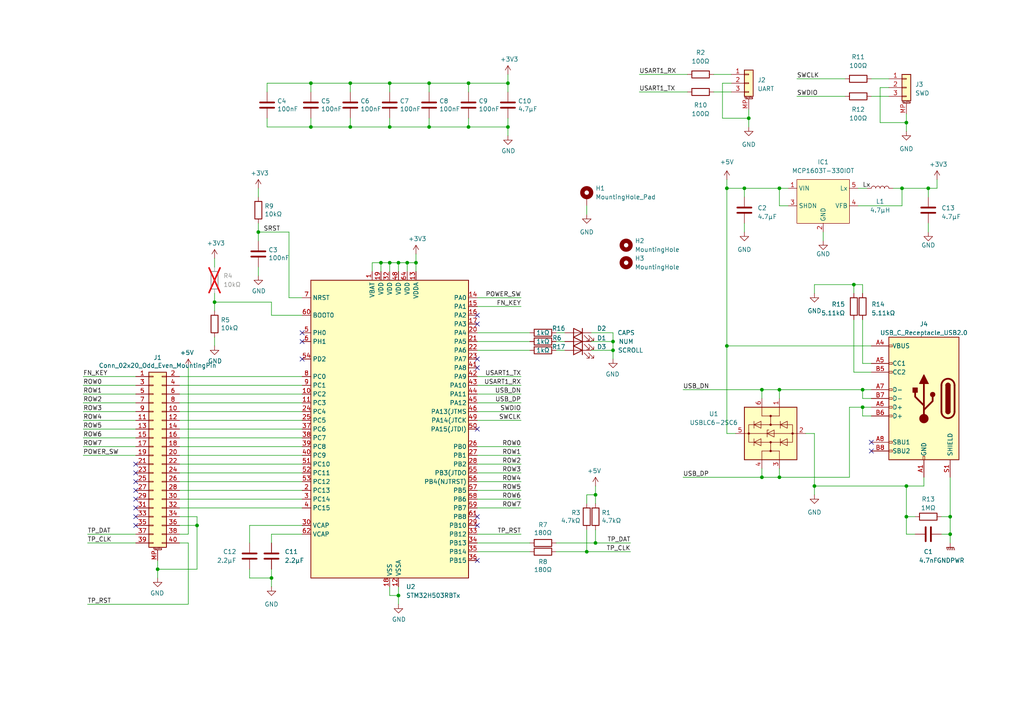
<source format=kicad_sch>
(kicad_sch (version 20231120) (generator "eeschema") (generator_version "8.0")
  (paper "A4")
  (lib_symbols
    (symbol "+5V_1" (power) (pin_numbers hide) (pin_names (offset 0) hide)
      (property "Value" "+5V" (at 0 3.556 0))
      (symbol "+5V_1_1_1"
        (pin power_in line (at 0 0 90) (length 0) (name "~") (number "1"))
      )
    )
    (symbol "+5V_2" (power) (pin_numbers hide) (pin_names (offset 0) hide)
      (property "Value" "+5V" (at 0 3.556 0))
      (symbol "+5V_2_1_1"
        (pin power_in line (at 0 0 90) (length 0) (name "~") (number "1"))
      )
    )
    (symbol "Connector:USB_C_Receptacle_USB2.0" (pin_names (offset 1.016))
      (property "Reference" "J" (at -10.16 19.05 0))
      (property "Value" "USB_C_Receptacle_USB2.0" (at 19.05 19.05 0))
      (symbol "USB_C_Receptacle_USB2.0_1_1"
        (pin passive line (at 0 -22.86 90) (length 5.08) (name "GND") (number "A1"))
        (pin passive line (at 0 -22.86 90) (length 5.08) hide (name "GND") (number "A12"))
        (pin passive line (at 15.24 15.24 180) (length 5.08) (name "VBUS") (number "A4"))
        (pin bidirectional line (at 15.24 10.16 180) (length 5.08) (name "CC1") (number "A5"))
        (pin bidirectional line (at 15.24 -2.54 180) (length 5.08) (name "D+") (number "A6"))
        (pin bidirectional line (at 15.24 2.54 180) (length 5.08) (name "D-") (number "A7"))
        (pin bidirectional line (at 15.24 -12.7 180) (length 5.08) (name "SBU1") (number "A8"))
        (pin passive line (at 15.24 15.24 180) (length 5.08) hide (name "VBUS") (number "A9"))
        (pin passive line (at 0 -22.86 90) (length 5.08) hide (name "GND") (number "B1"))
        (pin passive line (at 0 -22.86 90) (length 5.08) hide (name "GND") (number "B12"))
        (pin passive line (at 15.24 15.24 180) (length 5.08) hide (name "VBUS") (number "B4"))
        (pin bidirectional line (at 15.24 7.62 180) (length 5.08) (name "CC2") (number "B5"))
        (pin bidirectional line (at 15.24 -5.08 180) (length 5.08) (name "D+") (number "B6"))
        (pin bidirectional line (at 15.24 0 180) (length 5.08) (name "D-") (number "B7"))
        (pin bidirectional line (at 15.24 -15.24 180) (length 5.08) (name "SBU2") (number "B8"))
        (pin passive line (at 15.24 15.24 180) (length 5.08) hide (name "VBUS") (number "B9"))
        (pin passive line (at -7.62 -22.86 90) (length 5.08) (name "SHIELD") (number "S1"))
      )
    )
    (symbol "Connector_Generic_MountingPin:Conn_01x03_MountingPin" (pin_names (offset 1.016) hide)
      (property "Reference" "J" (at 0 5.08 0))
      (property "Value" "Conn_01x03_MountingPin" (at 1.27 -5.08 0))
      (symbol "Conn_01x03_MountingPin_1_1"
        (text "Mounting" (at 0 -4.191 0) (effects (font (size 0.381 0.381))))
        (pin passive line (at -5.08 2.54 0) (length 3.81) (name "Pin_1") (number "1"))
        (pin passive line (at -5.08 0 0) (length 3.81) (name "Pin_2") (number "2"))
        (pin passive line (at -5.08 -2.54 0) (length 3.81) (name "Pin_3") (number "3"))
        (pin passive line (at 0 -7.62 90) (length 3.048) (name "MountPin") (number "MP"))
      )
    )
    (symbol "Connector_Generic_MountingPin:Conn_02x20_Odd_Even_MountingPin" (pin_names (offset 1.016) hide)
      (property "Reference" "J" (at 1.27 25.4 0))
      (property "Value" "Conn_02x20_Odd_Even_MountingPin" (at 2.54 -27.94 0))
      (symbol "Conn_02x20_Odd_Even_MountingPin_1_1"
        (text "Mounting" (at 1.27 -27.051 0) (effects (font (size 0.381 0.381))))
        (pin passive line (at -5.08 22.86 0) (length 3.81) (name "Pin_1") (number "1"))
        (pin passive line (at 7.62 12.7 180) (length 3.81) (name "Pin_10") (number "10"))
        (pin passive line (at -5.08 10.16 0) (length 3.81) (name "Pin_11") (number "11"))
        (pin passive line (at 7.62 10.16 180) (length 3.81) (name "Pin_12") (number "12"))
        (pin passive line (at -5.08 7.62 0) (length 3.81) (name "Pin_13") (number "13"))
        (pin passive line (at 7.62 7.62 180) (length 3.81) (name "Pin_14") (number "14"))
        (pin passive line (at -5.08 5.08 0) (length 3.81) (name "Pin_15") (number "15"))
        (pin passive line (at 7.62 5.08 180) (length 3.81) (name "Pin_16") (number "16"))
        (pin passive line (at -5.08 2.54 0) (length 3.81) (name "Pin_17") (number "17"))
        (pin passive line (at 7.62 2.54 180) (length 3.81) (name "Pin_18") (number "18"))
        (pin passive line (at -5.08 0 0) (length 3.81) (name "Pin_19") (number "19"))
        (pin passive line (at 7.62 22.86 180) (length 3.81) (name "Pin_2") (number "2"))
        (pin passive line (at 7.62 0 180) (length 3.81) (name "Pin_20") (number "20"))
        (pin passive line (at -5.08 -2.54 0) (length 3.81) (name "Pin_21") (number "21"))
        (pin passive line (at 7.62 -2.54 180) (length 3.81) (name "Pin_22") (number "22"))
        (pin passive line (at -5.08 -5.08 0) (length 3.81) (name "Pin_23") (number "23"))
        (pin passive line (at 7.62 -5.08 180) (length 3.81) (name "Pin_24") (number "24"))
        (pin passive line (at -5.08 -7.62 0) (length 3.81) (name "Pin_25") (number "25"))
        (pin passive line (at 7.62 -7.62 180) (length 3.81) (name "Pin_26") (number "26"))
        (pin passive line (at -5.08 -10.16 0) (length 3.81) (name "Pin_27") (number "27"))
        (pin passive line (at 7.62 -10.16 180) (length 3.81) (name "Pin_28") (number "28"))
        (pin passive line (at -5.08 -12.7 0) (length 3.81) (name "Pin_29") (number "29"))
        (pin passive line (at -5.08 20.32 0) (length 3.81) (name "Pin_3") (number "3"))
        (pin passive line (at 7.62 -12.7 180) (length 3.81) (name "Pin_30") (number "30"))
        (pin passive line (at -5.08 -15.24 0) (length 3.81) (name "Pin_31") (number "31"))
        (pin passive line (at 7.62 -15.24 180) (length 3.81) (name "Pin_32") (number "32"))
        (pin passive line (at -5.08 -17.78 0) (length 3.81) (name "Pin_33") (number "33"))
        (pin passive line (at 7.62 -17.78 180) (length 3.81) (name "Pin_34") (number "34"))
        (pin passive line (at -5.08 -20.32 0) (length 3.81) (name "Pin_35") (number "35"))
        (pin passive line (at 7.62 -20.32 180) (length 3.81) (name "Pin_36") (number "36"))
        (pin passive line (at -5.08 -22.86 0) (length 3.81) (name "Pin_37") (number "37"))
        (pin passive line (at 7.62 -22.86 180) (length 3.81) (name "Pin_38") (number "38"))
        (pin passive line (at -5.08 -25.4 0) (length 3.81) (name "Pin_39") (number "39"))
        (pin passive line (at 7.62 20.32 180) (length 3.81) (name "Pin_4") (number "4"))
        (pin passive line (at 7.62 -25.4 180) (length 3.81) (name "Pin_40") (number "40"))
        (pin passive line (at -5.08 17.78 0) (length 3.81) (name "Pin_5") (number "5"))
        (pin passive line (at 7.62 17.78 180) (length 3.81) (name "Pin_6") (number "6"))
        (pin passive line (at -5.08 15.24 0) (length 3.81) (name "Pin_7") (number "7"))
        (pin passive line (at 7.62 15.24 180) (length 3.81) (name "Pin_8") (number "8"))
        (pin passive line (at -5.08 12.7 0) (length 3.81) (name "Pin_9") (number "9"))
        (pin passive line (at 1.27 -30.48 90) (length 3.048) (name "MountPin") (number "MP"))
      )
    )
    (symbol "Device:C" (pin_numbers hide) (pin_names (offset 0.254))
      (property "Reference" "C" (at 0.635 2.54 0))
      (property "Value" "C" (at 0.635 -2.54 0))
      (symbol "C_1_1"
        (pin passive line (at 0 3.81 270) (length 2.794) (name "~") (number "1"))
        (pin passive line (at 0 -3.81 90) (length 2.794) (name "~") (number "2"))
      )
    )
    (symbol "Device:L" (pin_numbers hide) (pin_names (offset 1.016) hide)
      (property "Reference" "L" (at -1.27 0 90))
      (property "Value" "L" (at 1.905 0 90))
      (symbol "L_1_1"
        (pin passive line (at 0 3.81 270) (length 1.27) (name "1") (number "1"))
        (pin passive line (at 0 -3.81 90) (length 1.27) (name "2") (number "2"))
      )
    )
    (symbol "Device:LED" (pin_numbers hide) (pin_names (offset 1.016) hide)
      (property "Reference" "D" (at 0 2.54 0))
      (property "Value" "LED" (at 0 -2.54 0))
      (symbol "LED_1_1"
        (pin passive line (at -3.81 0 0) (length 2.54) (name "K") (number "1"))
        (pin passive line (at 3.81 0 180) (length 2.54) (name "A") (number "2"))
      )
    )
    (symbol "Device:R" (pin_numbers hide) (pin_names (offset 0))
      (property "Reference" "R" (at 2.032 0 90))
      (property "Value" "R" (at 0 0 90))
      (symbol "R_1_1"
        (pin passive line (at 0 3.81 270) (length 1.27) (name "~") (number "1"))
        (pin passive line (at 0 -3.81 90) (length 1.27) (name "~") (number "2"))
      )
    )
    (symbol "GNDPWR_1" (power) (pin_numbers hide) (pin_names (offset 0) hide)
      (property "Value" "GNDPWR" (at 0 -3.302 0))
      (symbol "GNDPWR_1_1_1"
        (pin power_in line (at 0 0 270) (length 0) (name "~") (number "1"))
      )
    )
    (symbol "GND_1" (power) (pin_numbers hide) (pin_names (offset 0) hide)
      (property "Value" "GND" (at 0 -3.81 0))
      (symbol "GND_1_1_1"
        (pin power_in line (at 0 0 270) (length 0) (name "~") (number "1"))
      )
    )
    (symbol "GND_2" (power) (pin_numbers hide) (pin_names (offset 0) hide)
      (property "Value" "GND" (at 0 -3.81 0))
      (symbol "GND_2_1_1"
        (pin power_in line (at 0 0 270) (length 0) (name "~") (number "1"))
      )
    )
    (symbol "GND_3" (power) (pin_numbers hide) (pin_names (offset 0) hide)
      (property "Value" "GND" (at 0 -3.81 0))
      (symbol "GND_3_1_1"
        (pin power_in line (at 0 0 270) (length 0) (name "~") (number "1"))
      )
    )
    (symbol "GND_4" (power) (pin_numbers hide) (pin_names (offset 0) hide)
      (property "Value" "GND" (at 0 -3.81 0))
      (symbol "GND_4_1_1"
        (pin power_in line (at 0 0 270) (length 0) (name "~") (number "1"))
      )
    )
    (symbol "GND_5" (power) (pin_numbers hide) (pin_names (offset 0) hide)
      (property "Value" "GND" (at 0 -3.81 0))
      (symbol "GND_5_1_1"
        (pin power_in line (at 0 0 270) (length 0) (name "~") (number "1"))
      )
    )
    (symbol "MCU_ST_STM32H5:STM32H503RBTx"
      (property "Reference" "U" (at -22.86 44.45 0))
      (property "Value" "STM32H503RBTx" (at 10.16 44.45 0))
      (symbol "STM32H503RBTx_1_1"
        (pin power_in line (at -5.08 45.72 270) (length 2.54) (name "VBAT") (number "1"))
        (pin bidirectional line (at -25.4 10.16 0) (length 2.54) (name "PC2") (number "10"))
        (pin bidirectional line (at -25.4 7.62 0) (length 2.54) (name "PC3") (number "11"))
        (pin power_in line (at 2.54 -45.72 90) (length 2.54) (name "VSSA") (number "12"))
        (pin power_in line (at 7.62 45.72 270) (length 2.54) (name "VDDA") (number "13"))
        (pin bidirectional line (at 25.4 38.1 180) (length 2.54) (name "PA0") (number "14"))
        (pin bidirectional line (at 25.4 35.56 180) (length 2.54) (name "PA1") (number "15"))
        (pin bidirectional line (at 25.4 33.02 180) (length 2.54) (name "PA2") (number "16"))
        (pin bidirectional line (at 25.4 30.48 180) (length 2.54) (name "PA3") (number "17"))
        (pin power_in line (at 0 -45.72 90) (length 2.54) (name "VSS") (number "18"))
        (pin power_in line (at -2.54 45.72 270) (length 2.54) (name "VDD") (number "19"))
        (pin bidirectional line (at -25.4 -17.78 0) (length 2.54) (name "PC13") (number "2"))
        (pin bidirectional line (at 25.4 27.94 180) (length 2.54) (name "PA4") (number "20"))
        (pin bidirectional line (at 25.4 25.4 180) (length 2.54) (name "PA5") (number "21"))
        (pin bidirectional line (at 25.4 22.86 180) (length 2.54) (name "PA6") (number "22"))
        (pin bidirectional line (at 25.4 20.32 180) (length 2.54) (name "PA7") (number "23"))
        (pin bidirectional line (at -25.4 5.08 0) (length 2.54) (name "PC4") (number "24"))
        (pin bidirectional line (at -25.4 2.54 0) (length 2.54) (name "PC5") (number "25"))
        (pin bidirectional line (at 25.4 -5.08 180) (length 2.54) (name "PB0") (number "26"))
        (pin bidirectional line (at 25.4 -7.62 180) (length 2.54) (name "PB1") (number "27"))
        (pin bidirectional line (at 25.4 -10.16 180) (length 2.54) (name "PB2") (number "28"))
        (pin bidirectional line (at 25.4 -27.94 180) (length 2.54) (name "PB10") (number "29"))
        (pin bidirectional line (at -25.4 -20.32 0) (length 2.54) (name "PC14") (number "3"))
        (pin power_out line (at -25.4 -27.94 0) (length 2.54) (name "VCAP") (number "30"))
        (pin passive line (at 0 -45.72 90) (length 2.54) hide (name "VSS") (number "31"))
        (pin power_in line (at 0 45.72 270) (length 2.54) (name "VDD") (number "32"))
        (pin bidirectional line (at 25.4 -30.48 180) (length 2.54) (name "PB12") (number "33"))
        (pin bidirectional line (at 25.4 -33.02 180) (length 2.54) (name "PB13") (number "34"))
        (pin bidirectional line (at 25.4 -35.56 180) (length 2.54) (name "PB14") (number "35"))
        (pin bidirectional line (at 25.4 -38.1 180) (length 2.54) (name "PB15") (number "36"))
        (pin bidirectional line (at -25.4 0 0) (length 2.54) (name "PC6") (number "37"))
        (pin bidirectional line (at -25.4 -2.54 0) (length 2.54) (name "PC7") (number "38"))
        (pin bidirectional line (at -25.4 -5.08 0) (length 2.54) (name "PC8") (number "39"))
        (pin bidirectional line (at -25.4 -22.86 0) (length 2.54) (name "PC15") (number "4"))
        (pin bidirectional line (at -25.4 -7.62 0) (length 2.54) (name "PC9") (number "40"))
        (pin bidirectional line (at 25.4 17.78 180) (length 2.54) (name "PA8") (number "41"))
        (pin bidirectional line (at 25.4 15.24 180) (length 2.54) (name "PA9") (number "42"))
        (pin bidirectional line (at 25.4 12.7 180) (length 2.54) (name "PA10") (number "43"))
        (pin bidirectional line (at 25.4 10.16 180) (length 2.54) (name "PA11") (number "44"))
        (pin bidirectional line (at 25.4 7.62 180) (length 2.54) (name "PA12") (number "45"))
        (pin bidirectional line (at 25.4 5.08 180) (length 2.54) (name "PA13(JTMS") (number "46"))
        (pin passive line (at 0 -45.72 90) (length 2.54) hide (name "VSS") (number "47"))
        (pin power_in line (at 2.54 45.72 270) (length 2.54) (name "VDD") (number "48"))
        (pin bidirectional line (at 25.4 2.54 180) (length 2.54) (name "PA14(JTCK") (number "49"))
        (pin bidirectional line (at -25.4 27.94 0) (length 2.54) (name "PH0") (number "5"))
        (pin bidirectional line (at 25.4 0 180) (length 2.54) (name "PA15(JTDI)") (number "50"))
        (pin bidirectional line (at -25.4 -10.16 0) (length 2.54) (name "PC10") (number "51"))
        (pin bidirectional line (at -25.4 -12.7 0) (length 2.54) (name "PC11") (number "52"))
        (pin bidirectional line (at -25.4 -15.24 0) (length 2.54) (name "PC12") (number "53"))
        (pin bidirectional line (at -25.4 20.32 0) (length 2.54) (name "PD2") (number "54"))
        (pin bidirectional line (at 25.4 -12.7 180) (length 2.54) (name "PB3(JTDO") (number "55"))
        (pin bidirectional line (at 25.4 -15.24 180) (length 2.54) (name "PB4(NJTRST)") (number "56"))
        (pin bidirectional line (at 25.4 -17.78 180) (length 2.54) (name "PB5") (number "57"))
        (pin bidirectional line (at 25.4 -20.32 180) (length 2.54) (name "PB6") (number "58"))
        (pin bidirectional line (at 25.4 -22.86 180) (length 2.54) (name "PB7") (number "59"))
        (pin bidirectional line (at -25.4 25.4 0) (length 2.54) (name "PH1") (number "6"))
        (pin input line (at -25.4 33.02 0) (length 2.54) (name "BOOT0") (number "60"))
        (pin bidirectional line (at 25.4 -25.4 180) (length 2.54) (name "PB8") (number "61"))
        (pin power_out line (at -25.4 -30.48 0) (length 2.54) (name "VCAP") (number "62"))
        (pin passive line (at 0 -45.72 90) (length 2.54) hide (name "VSS") (number "63"))
        (pin power_in line (at 5.08 45.72 270) (length 2.54) (name "VDD") (number "64"))
        (pin input line (at -25.4 38.1 0) (length 2.54) (name "NRST") (number "7"))
        (pin bidirectional line (at -25.4 15.24 0) (length 2.54) (name "PC0") (number "8"))
        (pin bidirectional line (at -25.4 12.7 0) (length 2.54) (name "PC1") (number "9"))
      )
    )
    (symbol "Mechanical:MountingHole" (pin_names (offset 1.016)) (exclude_from_sim yes) (in_bom no)
      (property "Reference" "H" (at 0 5.08 0))
      (property "Value" "MountingHole" (at 0 3.175 0))
    )
    (symbol "Mechanical:MountingHole_Pad" (pin_numbers hide) (pin_names (offset 1.016) hide) (exclude_from_sim yes) (in_bom no)
      (property "Reference" "H" (at 0 6.35 0))
      (property "Value" "MountingHole_Pad" (at 0 4.445 0))
      (symbol "MountingHole_Pad_1_1"
        (pin input line (at 0 -2.54 90) (length 2.54) (name "1") (number "1"))
      )
    )
    (symbol "Power_Protection:USBLC6-2SC6" (pin_names hide)
      (property "Reference" "U" (at 2.54 8.89 0))
      (property "Value" "USBLC6-2SC6" (at 2.54 -8.89 0))
      (symbol "USBLC6-2SC6_1_1"
        (pin passive line (at -10.16 -2.54 0) (length 2.54) (name "I/O1") (number "1"))
        (pin passive line (at 0 -10.16 90) (length 2.54) (name "GND") (number "2"))
        (pin passive line (at 10.16 -2.54 180) (length 2.54) (name "I/O2") (number "3"))
        (pin passive line (at 10.16 2.54 180) (length 2.54) (name "I/O2") (number "4"))
        (pin passive line (at 0 10.16 270) (length 2.54) (name "VBUS") (number "5"))
        (pin passive line (at -10.16 2.54 0) (length 2.54) (name "I/O1") (number "6"))
      )
    )
    (symbol "power:+3.3V" (power) (pin_names (offset 0))
      (property "Value" "+3.3V" (at 0 3.556 0))
      (symbol "+3.3V_1_1"
        (pin power_in line (at 0 0 90) (length 0) hide (name "+3V3") (number "1"))
      )
    )
    (symbol "power:+5V" (power) (pin_names (offset 0))
      (property "Value" "+5V" (at 0 3.556 0))
      (symbol "+5V_1_1"
        (pin power_in line (at 0 0 90) (length 0) hide (name "+5V") (number "1"))
      )
    )
    (symbol "power:GND" (power) (pin_names (offset 0))
      (property "Value" "GND" (at 0 -3.81 0))
      (symbol "GND_1_1"
        (pin power_in line (at 0 0 270) (length 0) hide (name "GND") (number "1"))
      )
    )
    (symbol "power:GNDPWR" (power) (pin_names (offset 0))
      (property "Value" "GNDPWR" (at 0 -3.302 0))
      (symbol "GNDPWR_1_1"
        (pin power_in line (at 0 0 270) (length 0) hide (name "GNDPWR") (number "1"))
      )
    )
    (symbol "power:PWR_FLAG" (power) (pin_numbers hide) (pin_names (offset 0) hide)
      (property "Value" "PWR_FLAG" (at 0 3.81 0))
      (symbol "PWR_FLAG_0_0"
        (pin power_out line (at 0 0 90) (length 0) (name "~") (number "1"))
      )
    )
    (symbol "spe:MCP1603T-330IOT"
      (property "Reference" "IC" (at 0 0 0))
      (symbol "MCP1603T-330IOT_1_1"
        (pin power_in line (at -10.16 2.54 0) (length 2.54) (name "VIN") (number "1"))
        (pin power_in line (at 0 -10.16 90) (length 2.54) (name "GND") (number "2"))
        (pin input line (at -10.16 -2.54 0) (length 2.54) (name "SHDN") (number "3"))
        (pin input line (at 10.16 -2.54 180) (length 2.54) (name "VFB") (number "4"))
        (pin power_out line (at 10.16 2.54 180) (length 2.54) (name "Lx") (number "5"))
      )
    )
  )
  (junction (at 247.65 82.55))
  (junction (at 62.23 87.63))
  (junction (at 226.06 113.03))
  (junction (at 220.98 138.43))
  (junction (at 220.98 113.03))
  (junction (at 215.9 54.61))
  (junction (at 101.6 36.83))
  (junction (at 172.72 157.48))
  (junction (at 74.93 67.31))
  (junction (at 101.6 24.13))
  (junction (at 124.46 36.83))
  (junction (at 147.32 36.83))
  (junction (at 115.57 172.72))
  (junction (at 78.74 167.64))
  (junction (at 177.8 101.6))
  (junction (at 269.24 54.61))
  (junction (at 236.22 140.97))
  (junction (at 275.59 154.94))
  (junction (at 135.89 24.13))
  (junction (at 113.03 36.83))
  (junction (at 124.46 24.13))
  (junction (at 275.59 149.86))
  (junction (at 261.62 54.61))
  (junction (at 120.65 76.2))
  (junction (at 250.19 118.11))
  (junction (at 226.06 138.43))
  (junction (at 45.72 165.1))
  (junction (at 113.03 76.2))
  (junction (at 90.17 24.13))
  (junction (at 118.11 76.2))
  (junction (at 226.06 54.61))
  (junction (at 172.72 143.51))
  (junction (at 210.82 54.61))
  (junction (at 113.03 24.13))
  (junction (at 115.57 76.2))
  (junction (at 170.18 160.02))
  (junction (at 250.19 113.03))
  (junction (at 177.8 99.06))
  (junction (at 217.17 34.29))
  (junction (at 147.32 24.13))
  (junction (at 262.89 35.56))
  (junction (at 210.82 100.33))
  (junction (at 90.17 36.83))
  (junction (at 57.15 152.4))
  (junction (at 262.89 140.97))
  (junction (at 110.49 76.2))
  (junction (at 262.89 149.86))
  (junction (at 135.89 36.83))
  (no_connect (at 87.63 104.14))
  (no_connect (at 39.37 147.32))
  (no_connect (at 39.37 149.86))
  (no_connect (at 138.43 104.14))
  (no_connect (at 138.43 106.68))
  (no_connect (at 87.63 96.52))
  (no_connect (at 39.37 137.16))
  (no_connect (at 252.73 130.81))
  (no_connect (at 39.37 144.78))
  (no_connect (at 138.43 91.44))
  (no_connect (at 138.43 93.98))
  (no_connect (at 138.43 152.4))
  (no_connect (at 138.43 124.46))
  (no_connect (at 39.37 139.7))
  (no_connect (at 39.37 134.62))
  (no_connect (at 138.43 149.86))
  (no_connect (at 87.63 99.06))
  (no_connect (at 39.37 152.4))
  (no_connect (at 138.43 162.56))
  (no_connect (at 252.73 128.27))
  (no_connect (at 39.37 142.24))
  (wire (pts (xy 250.19 118.11) (xy 246.38 118.11)))
  (wire (pts (xy 231.14 27.94) (xy 245.11 27.94)))
  (wire (pts (xy 90.17 26.67) (xy 90.17 24.13)))
  (wire (pts (xy 113.03 78.74) (xy 113.03 76.2)))
  (wire (pts (xy 163.83 99.06) (xy 161.29 99.06)))
  (wire (pts (xy 209.55 34.29) (xy 217.17 34.29)))
  (wire (pts (xy 87.63 114.3) (xy 52.07 114.3)))
  (wire (pts (xy 147.32 36.83) (xy 147.32 39.37)))
  (wire (pts (xy 52.07 144.78) (xy 87.63 144.78)))
  (wire (pts (xy 262.89 149.86) (xy 262.89 140.97)))
  (wire (pts (xy 78.74 167.64) (xy 78.74 170.18)))
  (wire (pts (xy 172.72 153.67) (xy 172.72 157.48)))
  (wire (pts (xy 326.39 54.61) (xy 326.39 57.15)))
  (wire (pts (xy 252.73 115.57) (xy 250.19 115.57)))
  (wire (pts (xy 236.22 140.97) (xy 262.89 140.97)))
  (wire (pts (xy 101.6 24.13) (xy 113.03 24.13)))
  (wire (pts (xy 252.73 100.33) (xy 210.82 100.33)))
  (wire (pts (xy 262.89 35.56) (xy 262.89 38.1)))
  (wire (pts (xy 171.45 96.52) (xy 177.8 96.52)))
  (wire (pts (xy 336.55 54.61) (xy 336.55 57.15)))
  (wire (pts (xy 255.27 35.56) (xy 262.89 35.56)))
  (wire (pts (xy 255.27 25.4) (xy 255.27 35.56)))
  (wire (pts (xy 54.61 157.48) (xy 54.61 175.26)))
  (wire (pts (xy 151.13 154.94) (xy 138.43 154.94)))
  (wire (pts (xy 110.49 78.74) (xy 110.49 76.2)))
  (wire (pts (xy 101.6 26.67) (xy 101.6 24.13)))
  (wire (pts (xy 87.63 91.44) (xy 78.74 91.44)))
  (wire (pts (xy 209.55 24.13) (xy 209.55 34.29)))
  (wire (pts (xy 151.13 139.7) (xy 138.43 139.7)))
  (wire (pts (xy 138.43 114.3) (xy 151.13 114.3)))
  (wire (pts (xy 248.92 59.69) (xy 261.62 59.69)))
  (wire (pts (xy 74.93 67.31) (xy 74.93 69.85)))
  (wire (pts (xy 39.37 116.84) (xy 24.13 116.84)))
  (wire (pts (xy 250.19 120.65) (xy 250.19 118.11)))
  (wire (pts (xy 248.92 54.61) (xy 251.46 54.61)))
  (wire (pts (xy 207.01 21.59) (xy 212.09 21.59)))
  (wire (pts (xy 62.23 97.79) (xy 62.23 100.33)))
  (wire (pts (xy 115.57 78.74) (xy 115.57 76.2)))
  (wire (pts (xy 261.62 54.61) (xy 269.24 54.61)))
  (wire (pts (xy 151.13 137.16) (xy 138.43 137.16)))
  (wire (pts (xy 113.03 24.13) (xy 124.46 24.13)))
  (wire (pts (xy 185.42 26.67) (xy 199.39 26.67)))
  (wire (pts (xy 72.39 167.64) (xy 78.74 167.64)))
  (wire (pts (xy 262.89 154.94) (xy 262.89 149.86)))
  (wire (pts (xy 52.07 142.24) (xy 87.63 142.24)))
  (wire (pts (xy 172.72 157.48) (xy 161.29 157.48)))
  (wire (pts (xy 39.37 114.3) (xy 24.13 114.3)))
  (wire (pts (xy 52.07 129.54) (xy 87.63 129.54)))
  (wire (pts (xy 101.6 36.83) (xy 113.03 36.83)))
  (wire (pts (xy 83.82 67.31) (xy 83.82 86.36)))
  (wire (pts (xy 252.73 105.41) (xy 250.19 105.41)))
  (wire (pts (xy 52.07 152.4) (xy 57.15 152.4)))
  (wire (pts (xy 238.76 67.31) (xy 238.76 69.85)))
  (wire (pts (xy 185.42 21.59) (xy 199.39 21.59)))
  (wire (pts (xy 252.73 27.94) (xy 257.81 27.94)))
  (wire (pts (xy 52.07 147.32) (xy 87.63 147.32)))
  (wire (pts (xy 215.9 54.61) (xy 226.06 54.61)))
  (wire (pts (xy 220.98 113.03) (xy 220.98 115.57)))
  (wire (pts (xy 78.74 167.64) (xy 78.74 165.1)))
  (wire (pts (xy 138.43 111.76) (xy 151.13 111.76)))
  (wire (pts (xy 182.88 157.48) (xy 172.72 157.48)))
  (wire (pts (xy 163.83 96.52) (xy 161.29 96.52)))
  (wire (pts (xy 62.23 87.63) (xy 62.23 85.09)))
  (wire (pts (xy 113.03 76.2) (xy 115.57 76.2)))
  (wire (pts (xy 118.11 78.74) (xy 118.11 76.2)))
  (wire (pts (xy 271.78 52.07) (xy 271.78 54.61)))
  (wire (pts (xy 87.63 111.76) (xy 52.07 111.76)))
  (wire (pts (xy 236.22 125.73) (xy 233.68 125.73)))
  (wire (pts (xy 118.11 76.2) (xy 120.65 76.2)))
  (wire (pts (xy 151.13 147.32) (xy 138.43 147.32)))
  (wire (pts (xy 177.8 99.06) (xy 177.8 101.6)))
  (wire (pts (xy 153.67 99.06) (xy 138.43 99.06)))
  (wire (pts (xy 74.93 57.15) (xy 74.93 54.61)))
  (wire (pts (xy 236.22 82.55) (xy 236.22 85.09)))
  (wire (pts (xy 250.19 115.57) (xy 250.19 113.03)))
  (wire (pts (xy 252.73 118.11) (xy 250.19 118.11)))
  (wire (pts (xy 170.18 160.02) (xy 182.88 160.02)))
  (wire (pts (xy 78.74 154.94) (xy 78.74 157.48)))
  (wire (pts (xy 252.73 107.95) (xy 247.65 107.95)))
  (wire (pts (xy 250.19 85.09) (xy 250.19 82.55)))
  (wire (pts (xy 151.13 134.62) (xy 138.43 134.62)))
  (wire (pts (xy 269.24 64.77) (xy 269.24 67.31)))
  (wire (pts (xy 226.06 113.03) (xy 220.98 113.03)))
  (wire (pts (xy 269.24 54.61) (xy 269.24 57.15)))
  (wire (pts (xy 210.82 54.61) (xy 210.82 100.33)))
  (wire (pts (xy 151.13 144.78) (xy 138.43 144.78)))
  (wire (pts (xy 250.19 113.03) (xy 226.06 113.03)))
  (wire (pts (xy 74.93 67.31) (xy 83.82 67.31)))
  (wire (pts (xy 269.24 54.61) (xy 271.78 54.61)))
  (wire (pts (xy 207.01 26.67) (xy 212.09 26.67)))
  (wire (pts (xy 39.37 121.92) (xy 24.13 121.92)))
  (wire (pts (xy 45.72 165.1) (xy 45.72 167.64)))
  (wire (pts (xy 57.15 152.4) (xy 57.15 165.1)))
  (wire (pts (xy 177.8 101.6) (xy 177.8 104.14)))
  (wire (pts (xy 177.8 96.52) (xy 177.8 99.06)))
  (wire (pts (xy 124.46 26.67) (xy 124.46 24.13)))
  (wire (pts (xy 265.43 154.94) (xy 262.89 154.94)))
  (wire (pts (xy 172.72 143.51) (xy 170.18 143.51)))
  (wire (pts (xy 77.47 36.83) (xy 90.17 36.83)))
  (wire (pts (xy 172.72 143.51) (xy 172.72 140.97)))
  (wire (pts (xy 213.36 125.73) (xy 210.82 125.73)))
  (wire (pts (xy 39.37 129.54) (xy 24.13 129.54)))
  (wire (pts (xy 275.59 154.94) (xy 275.59 157.48)))
  (wire (pts (xy 124.46 24.13) (xy 135.89 24.13)))
  (wire (pts (xy 161.29 160.02) (xy 170.18 160.02)))
  (wire (pts (xy 107.95 78.74) (xy 107.95 76.2)))
  (wire (pts (xy 113.03 36.83) (xy 113.03 34.29)))
  (wire (pts (xy 77.47 34.29) (xy 77.47 36.83)))
  (wire (pts (xy 54.61 175.26) (xy 25.4 175.26)))
  (wire (pts (xy 52.07 132.08) (xy 87.63 132.08)))
  (wire (pts (xy 39.37 111.76) (xy 24.13 111.76)))
  (wire (pts (xy 246.38 118.11) (xy 246.38 138.43)))
  (wire (pts (xy 138.43 109.22) (xy 151.13 109.22)))
  (wire (pts (xy 52.07 124.46) (xy 87.63 124.46)))
  (wire (pts (xy 138.43 160.02) (xy 153.67 160.02)))
  (wire (pts (xy 252.73 22.86) (xy 257.81 22.86)))
  (wire (pts (xy 252.73 120.65) (xy 250.19 120.65)))
  (wire (pts (xy 259.08 54.61) (xy 261.62 54.61)))
  (wire (pts (xy 210.82 125.73) (xy 210.82 100.33)))
  (wire (pts (xy 39.37 124.46) (xy 24.13 124.46)))
  (wire (pts (xy 78.74 87.63) (xy 62.23 87.63)))
  (wire (pts (xy 153.67 157.48) (xy 138.43 157.48)))
  (wire (pts (xy 246.38 138.43) (xy 226.06 138.43)))
  (wire (pts (xy 120.65 76.2) (xy 120.65 78.74)))
  (wire (pts (xy 39.37 127) (xy 24.13 127)))
  (wire (pts (xy 25.4 157.48) (xy 39.37 157.48)))
  (wire (pts (xy 138.43 86.36) (xy 151.13 86.36)))
  (wire (pts (xy 52.07 139.7) (xy 87.63 139.7)))
  (wire (pts (xy 87.63 116.84) (xy 52.07 116.84)))
  (wire (pts (xy 220.98 138.43) (xy 220.98 135.89)))
  (wire (pts (xy 226.06 54.61) (xy 228.6 54.61)))
  (wire (pts (xy 90.17 24.13) (xy 101.6 24.13)))
  (wire (pts (xy 115.57 172.72) (xy 115.57 175.26)))
  (wire (pts (xy 170.18 160.02) (xy 170.18 153.67)))
  (wire (pts (xy 172.72 146.05) (xy 172.72 143.51)))
  (wire (pts (xy 135.89 24.13) (xy 147.32 24.13)))
  (wire (pts (xy 39.37 109.22) (xy 24.13 109.22)))
  (wire (pts (xy 52.07 149.86) (xy 57.15 149.86)))
  (wire (pts (xy 74.93 64.77) (xy 74.93 67.31)))
  (wire (pts (xy 135.89 36.83) (xy 135.89 34.29)))
  (wire (pts (xy 236.22 125.73) (xy 236.22 140.97)))
  (wire (pts (xy 135.89 26.67) (xy 135.89 24.13)))
  (wire (pts (xy 252.73 113.03) (xy 250.19 113.03)))
  (wire (pts (xy 138.43 96.52) (xy 153.67 96.52)))
  (wire (pts (xy 72.39 152.4) (xy 87.63 152.4)))
  (wire (pts (xy 226.06 138.43) (xy 226.06 135.89)))
  (wire (pts (xy 120.65 76.2) (xy 120.65 73.66)))
  (wire (pts (xy 311.15 58.42) (xy 311.15 60.96)))
  (wire (pts (xy 124.46 36.83) (xy 135.89 36.83)))
  (wire (pts (xy 226.06 138.43) (xy 220.98 138.43)))
  (wire (pts (xy 257.81 25.4) (xy 255.27 25.4)))
  (wire (pts (xy 250.19 82.55) (xy 247.65 82.55)))
  (wire (pts (xy 231.14 22.86) (xy 245.11 22.86)))
  (wire (pts (xy 113.03 172.72) (xy 113.03 170.18)))
  (wire (pts (xy 57.15 149.86) (xy 57.15 152.4)))
  (wire (pts (xy 90.17 36.83) (xy 90.17 34.29)))
  (wire (pts (xy 113.03 26.67) (xy 113.03 24.13)))
  (wire (pts (xy 261.62 59.69) (xy 261.62 54.61)))
  (wire (pts (xy 52.07 119.38) (xy 87.63 119.38)))
  (wire (pts (xy 226.06 113.03) (xy 226.06 115.57)))
  (wire (pts (xy 72.39 165.1) (xy 72.39 167.64)))
  (wire (pts (xy 39.37 119.38) (xy 24.13 119.38)))
  (wire (pts (xy 62.23 77.47) (xy 62.23 74.93)))
  (wire (pts (xy 124.46 36.83) (xy 124.46 34.29)))
  (wire (pts (xy 138.43 119.38) (xy 151.13 119.38)))
  (wire (pts (xy 151.13 142.24) (xy 138.43 142.24)))
  (wire (pts (xy 217.17 34.29) (xy 217.17 31.75)))
  (wire (pts (xy 52.07 137.16) (xy 87.63 137.16)))
  (wire (pts (xy 317.5 35.56) (xy 317.5 38.1)))
  (wire (pts (xy 52.07 154.94) (xy 54.61 154.94)))
  (wire (pts (xy 115.57 172.72) (xy 115.57 170.18)))
  (wire (pts (xy 113.03 36.83) (xy 124.46 36.83)))
  (wire (pts (xy 138.43 101.6) (xy 153.67 101.6)))
  (wire (pts (xy 236.22 140.97) (xy 236.22 143.51)))
  (wire (pts (xy 210.82 54.61) (xy 215.9 54.61)))
  (wire (pts (xy 110.49 76.2) (xy 113.03 76.2)))
  (wire (pts (xy 115.57 76.2) (xy 118.11 76.2)))
  (wire (pts (xy 212.09 24.13) (xy 209.55 24.13)))
  (wire (pts (xy 74.93 77.47) (xy 74.93 80.01)))
  (wire (pts (xy 226.06 54.61) (xy 226.06 59.69)))
  (wire (pts (xy 62.23 87.63) (xy 62.23 90.17)))
  (wire (pts (xy 267.97 140.97) (xy 267.97 138.43)))
  (wire (pts (xy 247.65 82.55) (xy 247.65 85.09)))
  (wire (pts (xy 77.47 26.67) (xy 77.47 24.13)))
  (wire (pts (xy 78.74 91.44) (xy 78.74 87.63)))
  (wire (pts (xy 90.17 36.83) (xy 101.6 36.83)))
  (wire (pts (xy 147.32 36.83) (xy 147.32 34.29)))
  (wire (pts (xy 210.82 52.07) (xy 210.82 54.61)))
  (wire (pts (xy 265.43 149.86) (xy 262.89 149.86)))
  (wire (pts (xy 135.89 36.83) (xy 147.32 36.83)))
  (wire (pts (xy 45.72 165.1) (xy 45.72 162.56)))
  (wire (pts (xy 275.59 138.43) (xy 275.59 149.86)))
  (wire (pts (xy 101.6 36.83) (xy 101.6 34.29)))
  (wire (pts (xy 275.59 149.86) (xy 275.59 154.94)))
  (wire (pts (xy 54.61 154.94) (xy 54.61 106.68)))
  (wire (pts (xy 107.95 76.2) (xy 110.49 76.2)))
  (wire (pts (xy 228.6 59.69) (xy 226.06 59.69)))
  (wire (pts (xy 87.63 109.22) (xy 52.07 109.22)))
  (wire (pts (xy 247.65 82.55) (xy 236.22 82.55)))
  (wire (pts (xy 52.07 157.48) (xy 54.61 157.48)))
  (wire (pts (xy 113.03 172.72) (xy 115.57 172.72)))
  (wire (pts (xy 171.45 101.6) (xy 177.8 101.6)))
  (wire (pts (xy 138.43 88.9) (xy 151.13 88.9)))
  (wire (pts (xy 250.19 92.71) (xy 250.19 105.41)))
  (wire (pts (xy 170.18 143.51) (xy 170.18 146.05)))
  (wire (pts (xy 147.32 24.13) (xy 147.32 26.67)))
  (wire (pts (xy 220.98 138.43) (xy 198.12 138.43)))
  (wire (pts (xy 138.43 116.84) (xy 151.13 116.84)))
  (wire (pts (xy 72.39 157.48) (xy 72.39 152.4)))
  (wire (pts (xy 138.43 121.92) (xy 151.13 121.92)))
  (wire (pts (xy 215.9 54.61) (xy 215.9 57.15)))
  (wire (pts (xy 217.17 34.29) (xy 217.17 36.83)))
  (wire (pts (xy 52.07 127) (xy 87.63 127)))
  (wire (pts (xy 77.47 24.13) (xy 90.17 24.13)))
  (wire (pts (xy 151.13 129.54) (xy 138.43 129.54)))
  (wire (pts (xy 163.83 101.6) (xy 161.29 101.6)))
  (wire (pts (xy 87.63 154.94) (xy 78.74 154.94)))
  (wire (pts (xy 273.05 149.86) (xy 275.59 149.86)))
  (wire (pts (xy 52.07 121.92) (xy 87.63 121.92)))
  (wire (pts (xy 262.89 35.56) (xy 262.89 33.02)))
  (wire (pts (xy 83.82 86.36) (xy 87.63 86.36)))
  (wire (pts (xy 275.59 154.94) (xy 273.05 154.94)))
  (wire (pts (xy 39.37 132.08) (xy 24.13 132.08)))
  (wire (pts (xy 52.07 134.62) (xy 87.63 134.62)))
  (wire (pts (xy 170.18 59.69) (xy 170.18 62.23)))
  (wire (pts (xy 171.45 99.06) (xy 177.8 99.06)))
  (wire (pts (xy 147.32 24.13) (xy 147.32 21.59)))
  (wire (pts (xy 215.9 64.77) (xy 215.9 67.31)))
  (wire (pts (xy 57.15 165.1) (xy 45.72 165.1)))
  (wire (pts (xy 151.13 132.08) (xy 138.43 132.08)))
  (wire (pts (xy 247.65 92.71) (xy 247.65 107.95)))
  (wire (pts (xy 262.89 140.97) (xy 267.97 140.97)))
  (wire (pts (xy 220.98 113.03) (xy 198.12 113.03)))
  (wire (pts (xy 25.4 154.94) (xy 39.37 154.94)))
  (label "ROW3" (at 24.13 119.38 0))
  (label "USART1_RX" (at 185.42 21.59 0))
  (label "USB_DP" (at 198.12 138.43 0))
  (label "ROW0" (at 24.13 111.76 0))
  (label "SWCLK" (at 151.13 121.92 180))
  (label "TP_DAT" (at 182.88 157.48 180))
  (label "TP_CLK" (at 25.4 157.48 0))
  (label "SWCLK" (at 231.14 22.86 0))
  (label "SRST" (at 81.28 67.31 180))
  (label "USART1_TX" (at 151.13 109.22 180))
  (label "USART1_RX" (at 151.13 111.76 180))
  (label "FN_KEY" (at 24.13 109.22 0))
  (label "ROW1" (at 151.13 132.08 180))
  (label "USB_DP" (at 151.13 116.84 180))
  (label "TP_DAT" (at 25.4 154.94 0))
  (label "USB_DN" (at 151.13 114.3 180))
  (label "ROW6" (at 151.13 144.78 180))
  (label "ROW6" (at 24.13 127 0))
  (label "USART1_TX" (at 185.42 26.67 0))
  (label "ROW1" (at 24.13 114.3 0))
  (label "TP_RST" (at 25.4 175.26 0))
  (label "ROW7" (at 151.13 147.32 180))
  (label "USB_DN" (at 198.12 113.03 0))
  (label "ROW3" (at 151.13 137.16 180))
  (label "ROW5" (at 24.13 124.46 0))
  (label "FN_KEY" (at 151.13 88.9 180))
  (label "ROW2" (at 151.13 134.62 180))
  (label "ROW4" (at 24.13 121.92 0))
  (label "POWER_SW" (at 151.13 86.36 180))
  (label "TP_RST" (at 151.13 154.94 180))
  (label "ROW2" (at 24.13 116.84 0))
  (label "POWER_SW" (at 24.13 132.08 0))
  (label "ROW7" (at 24.13 129.54 0))
  (label "SWDIO" (at 231.14 27.94 0))
  (label "ROW5" (at 151.13 142.24 180))
  (label "Lx" (at 250.19 54.61 0))
  (label "ROW0" (at 151.13 129.54 180))
  (label "TP_CLK" (at 182.88 160.02 180))
  (label "ROW4" (at 151.13 139.7 180))
  (label "SWDIO" (at 151.13 119.38 180))
  (symbol (lib_id "power:PWR_FLAG") (at 336.55 54.61 0) (unit 1)
    (property "Reference" "#FLG04" (effects (hide yes)))
    (property "Value" "PWR_FLAG" (at 336.55 49.53 0))
    (property "Description" "Special symbol for telling ERC where power comes from" (effects (hide yes)))
  )
  (symbol (lib_id "power:+3.3V") (at 271.78 52.07 0) (unit 1)
    (property "Reference" "#PWR022" (effects (hide yes)))
    (property "Value" "+3V3" (at 272.161 47.6758 0))
  )
  (symbol (lib_id "power:PWR_FLAG") (at 326.39 54.61 0) (unit 1)
    (property "Reference" "#FLG03" (effects (hide yes)))
    (property "Value" "PWR_FLAG" (at 326.39 49.53 0))
    (property "Description" "Special symbol for telling ERC where power comes from" (effects (hide yes)))
  )
  (symbol (lib_id "power:GND") (at 115.57 175.26 0) (unit 1)
    (property "Reference" "#PWR08" (effects (hide yes)))
    (property "Value" "GND" (at 115.697 179.6542 0))
  )
  (symbol (lib_id "Device:C") (at 72.39 161.29 0) (unit 1)
    (property "Reference" "C12" (at 68.58 160.0199 0) (effects (justify right)))
    (property "Value" "2.2µF" (at 68.58 162.5599 0) (effects (justify right)))
    (property "Footprint" "Capacitor_SMD:C_0603_1608Metric" (effects (hide yes)))
    (property "Description" "Unpolarized capacitor" (effects (hide yes)))
  )
  (symbol (lib_id "power:+3.3V") (at 147.32 21.59 0) (unit 1)
    (property "Reference" "#PWR012" (effects (hide yes)))
    (property "Value" "+3V3" (at 147.701 17.1958 0))
  )
  (symbol (lib_id "Device:R") (at 250.19 88.9 0) (unit 1)
    (property "Reference" "R14" (at 252.73 88.265 0) (effects (justify left)))
    (property "Value" "5.11kΩ" (at 252.73 90.805 0) (effects (justify left)))
    (property "Footprint" "Resistor_SMD:R_0603_1608Metric" (effects (hide yes)))
  )
  (symbol (lib_id "Device:C") (at 113.03 30.48 0) (unit 1)
    (property "Reference" "C7" (at 115.951 29.3116 0) (effects (justify left)))
    (property "Value" "100nF" (at 115.951 31.623 0) (effects (justify left)))
    (property "Footprint" "Capacitor_SMD:C_0603_1608Metric" (effects (hide yes)))
  )
  (symbol (lib_id "Device:LED") (at 167.64 96.52 0) (mirror y) (unit 1)
    (property "Reference" "D2" (at 174.498 95.25 0))
    (property "Value" "CAPS" (at 181.61 96.52 0))
    (property "Footprint" "Diode_SMD:D_0603_1608Metric" (effects (hide yes)))
  )
  (symbol (lib_id "Device:R") (at 157.48 160.02 90) (mirror x) (unit 1)
    (property "Reference" "R8" (at 157.48 162.941 90))
    (property "Value" "180Ω" (at 157.48 165.2524 90))
    (property "Footprint" "Resistor_SMD:R_0603_1608Metric" (effects (hide yes)))
  )
  (symbol (lib_id "power:GND") (at 74.93 80.01 0) (unit 1)
    (property "Reference" "#PWR07" (effects (hide yes)))
    (property "Value" "GND" (at 75.057 84.4042 0))
  )
  (symbol (lib_id "power:GND") (at 45.72 167.64 0) (mirror y) (unit 1)
    (property "Reference" "#PWR011" (effects (hide yes)))
    (property "Value" "GND" (at 45.593 172.0342 0))
  )
  (symbol (lib_id "power:GND") (at 269.24 67.31 0) (unit 1)
    (property "Reference" "#PWR021" (effects (hide yes)))
    (property "Value" "GND" (at 269.24 71.12 0))
  )
  (symbol (lib_id "Device:C") (at 269.24 154.94 270) (mirror x) (unit 1)
    (property "Reference" "C1" (at 269.24 160.02 90))
    (property "Value" "4.7nF" (at 269.24 162.56 90))
    (property "Footprint" "Capacitor_SMD:C_0805_2012Metric" (effects (hide yes)))
  )
  (symbol (lib_id "Device:L") (at 255.27 54.61 90) (unit 1)
    (property "Reference" "L1" (at 255.27 58.42 90))
    (property "Value" "4.7µH" (at 255.27 60.96 90))
    (property "Footprint" "Inductor_SMD:L_Wuerth_WE-TPC-3816" (effects (hide yes)))
  )
  (symbol (lib_id "Device:R") (at 248.92 22.86 90) (unit 1)
    (property "Reference" "R11" (at 248.92 16.51 90))
    (property "Value" "100Ω" (at 248.92 19.05 90))
    (property "Footprint" "Resistor_SMD:R_0603_1608Metric" (effects (hide yes)))
    (property "Description" "Resistor" (effects (hide yes)))
  )
  (symbol (lib_id "Device:C") (at 90.17 30.48 0) (unit 1)
    (property "Reference" "C5" (at 93.091 29.3116 0) (effects (justify left)))
    (property "Value" "100nF" (at 93.091 31.623 0) (effects (justify left)))
    (property "Footprint" "Capacitor_SMD:C_0603_1608Metric" (effects (hide yes)))
  )
  (symbol (lib_id "Mechanical:MountingHole") (at 181.61 71.12 0) (unit 1) (exclude_from_sim yes) (in_bom no)
    (property "Reference" "H2" (at 184.15 69.8499 0) (effects (justify left)))
    (property "Value" "MountingHole" (at 184.15 72.3899 0) (effects (justify left)))
    (property "Footprint" "MountingHole:MountingHole_3.2mm_M3" (effects (hide yes)))
    (property "Description" "Mounting Hole without connection" (effects (hide yes)))
  )
  (symbol (lib_id "power:GND") (at 236.22 85.09 0) (mirror y) (unit 1)
    (property "Reference" "#PWR017" (effects (hide yes)))
    (property "Value" "GND" (at 236.22 90.17 0))
  )
  (symbol (lib_id "Device:R") (at 157.48 96.52 90) (mirror x) (unit 1)
    (property "Reference" "R16" (at 162.052 95.25 90))
    (property "Value" "1kΩ" (at 157.48 96.52 90))
    (property "Footprint" "Resistor_SMD:R_0603_1608Metric" (effects (hide yes)))
  )
  (symbol (lib_name "+5V_1") (lib_id "power:+5V") (at 210.82 52.07 0) (unit 1)
    (property "Reference" "#PWR024" (effects (hide yes)))
    (property "Value" "+5V" (at 210.82 46.99 0))
    (property "Description" "Power symbol creates a global label with name \"+5V\"" (effects (hide yes)))
  )
  (symbol (lib_id "Device:C") (at 135.89 30.48 0) (unit 1)
    (property "Reference" "C9" (at 138.811 29.3116 0) (effects (justify left)))
    (property "Value" "100nF" (at 138.811 31.623 0) (effects (justify left)))
    (property "Footprint" "Capacitor_SMD:C_0603_1608Metric" (effects (hide yes)))
  )
  (symbol (lib_id "Device:R") (at 157.48 157.48 90) (mirror x) (unit 1)
    (property "Reference" "R7" (at 157.48 152.2222 90))
    (property "Value" "180Ω" (at 157.48 154.5336 90))
    (property "Footprint" "Resistor_SMD:R_0603_1608Metric" (effects (hide yes)))
  )
  (symbol (lib_id "Device:LED") (at 167.64 101.6 0) (mirror y) (unit 1)
    (property "Reference" "D3" (at 174.498 100.584 0))
    (property "Value" "SCROLL" (at 182.88 101.6 0))
    (property "Footprint" "Diode_SMD:D_0603_1608Metric" (effects (hide yes)))
  )
  (symbol (lib_id "Device:R") (at 247.65 88.9 0) (mirror y) (unit 1)
    (property "Reference" "R15" (at 245.11 88.265 0) (effects (justify left)))
    (property "Value" "5.11kΩ" (at 245.11 90.805 0) (effects (justify left)))
    (property "Footprint" "Resistor_SMD:R_0603_1608Metric" (effects (hide yes)))
  )
  (symbol (lib_name "GND_4") (lib_id "power:GND") (at 326.39 57.15 0) (unit 1)
    (property "Reference" "#PWR026" (effects (hide yes)))
    (property "Value" "GND" (at 326.39 62.23 0))
    (property "Description" "Power symbol creates a global label with name \"GND\" , ground" (effects (hide yes)))
  )
  (symbol (lib_id "power:+3.3V") (at 120.65 73.66 0) (unit 1)
    (property "Reference" "#PWR09" (effects (hide yes)))
    (property "Value" "+3V3" (at 121.031 69.2658 0))
  )
  (symbol (lib_id "Device:C") (at 269.24 60.96 0) (unit 1)
    (property "Reference" "C13" (at 273.05 60.325 0) (effects (justify left)))
    (property "Value" "4.7µF" (at 273.05 62.865 0) (effects (justify left)))
    (property "Footprint" "Capacitor_SMD:C_0805_2012Metric" (effects (hide yes)))
  )
  (symbol (lib_id "power:GND") (at 236.22 143.51 0) (mirror y) (unit 1)
    (property "Reference" "#PWR018" (effects (hide yes)))
    (property "Value" "GND" (at 236.22 148.59 0))
  )
  (symbol (lib_id "power:+3.3V") (at 317.5 35.56 0) (unit 1)
    (property "Reference" "#PWR023" (effects (hide yes)))
    (property "Value" "+3V3" (at 317.881 31.1658 0))
  )
  (symbol (lib_id "power:GNDPWR") (at 275.59 157.48 0) (mirror y) (unit 1)
    (property "Reference" "#PWR016" (effects (hide yes)))
    (property "Value" "GNDPWR" (at 275.717 162.56 0))
  )
  (symbol (lib_id "power:GND") (at 177.8 104.14 0) (mirror y) (unit 1)
    (property "Reference" "#PWR02" (effects (hide yes)))
    (property "Value" "GND" (at 177.673 108.5342 0))
  )
  (symbol (lib_id "Device:R") (at 269.24 149.86 270) (mirror x) (unit 1)
    (property "Reference" "R13" (at 269.24 144.78 90))
    (property "Value" "1MΩ" (at 269.24 147.32 90))
    (property "Footprint" "Resistor_SMD:R_0603_1608Metric" (effects (hide yes)))
  )
  (symbol (lib_id "Device:R") (at 74.93 60.96 0) (unit 1)
    (property "Reference" "R9" (at 76.708 59.7916 0) (effects (justify left)))
    (property "Value" "10kΩ" (at 76.708 62.103 0) (effects (justify left)))
    (property "Footprint" "Resistor_SMD:R_0603_1608Metric" (effects (hide yes)))
  )
  (symbol (lib_id "power:+3.3V") (at 62.23 74.93 0) (unit 1)
    (property "Reference" "#PWR04" (effects (hide yes)))
    (property "Value" "+3V3" (at 62.611 70.5358 0))
  )
  (symbol (lib_name "GND_5") (lib_id "power:GND") (at 170.18 62.23 0) (unit 1)
    (property "Reference" "#PWR028" (effects (hide yes)))
    (property "Value" "GND" (at 170.18 67.31 0))
    (property "Description" "Power symbol creates a global label with name \"GND\" , ground" (effects (hide yes)))
  )
  (symbol (lib_id "Device:R") (at 248.92 27.94 90) (unit 1)
    (property "Reference" "R12" (at 248.92 31.75 90))
    (property "Value" "100Ω" (at 248.92 34.29 90))
    (property "Footprint" "Resistor_SMD:R_0603_1608Metric" (effects (hide yes)))
    (property "Description" "Resistor" (effects (hide yes)))
  )
  (symbol (lib_id "Device:R") (at 157.48 99.06 90) (mirror x) (unit 1)
    (property "Reference" "R6" (at 161.544 98.044 90))
    (property "Value" "1kΩ" (at 157.48 99.06 90))
    (property "Footprint" "Resistor_SMD:R_0603_1608Metric" (effects (hide yes)))
  )
  (symbol (lib_id "power:GND") (at 62.23 100.33 0) (unit 1)
    (property "Reference" "#PWR05" (effects (hide yes)))
    (property "Value" "GND" (at 62.357 104.7242 0))
  )
  (symbol (lib_id "Device:R") (at 62.23 81.28 0) (unit 1) (dnp yes)
    (property "Reference" "R4" (at 64.77 80.0099 0) (effects (justify left)))
    (property "Value" "10kΩ" (at 64.77 82.5499 0) (effects (justify left)))
    (property "Footprint" "Resistor_SMD:R_0603_1608Metric" (effects (hide yes)))
  )
  (symbol (lib_id "Connector_Generic_MountingPin:Conn_02x20_Odd_Even_MountingPin") (at 44.45 132.08 0) (unit 1)
    (property "Reference" "J1" (at 45.72 103.7082 0))
    (property "Value" "Conn_02x20_Odd_Even_MountingPin" (at 45.72 106.0196 0))
    (property "Footprint" "extras:MOLEX_SLIMSTACK_54363_02x20_P0.5mm" (effects (hide yes)))
  )
  (symbol (lib_name "GND_2") (lib_id "power:GND") (at 217.17 36.83 0) (unit 1)
    (property "Reference" "#PWR01" (effects (hide yes)))
    (property "Value" "GND" (at 217.17 41.91 0))
    (property "Description" "Power symbol creates a global label with name \"GND\" , ground" (effects (hide yes)))
  )
  (symbol (lib_name "GND_1") (lib_id "power:GND") (at 78.74 170.18 0) (unit 1)
    (property "Reference" "#PWR014" (effects (hide yes)))
    (property "Value" "GND" (at 78.74 175.26 0))
    (property "Description" "Power symbol creates a global label with name \"GND\" , ground" (effects (hide yes)))
  )
  (symbol (lib_id "Device:C") (at 101.6 30.48 0) (unit 1)
    (property "Reference" "C6" (at 104.521 29.3116 0) (effects (justify left)))
    (property "Value" "100nF" (at 104.521 31.623 0) (effects (justify left)))
    (property "Footprint" "Capacitor_SMD:C_0603_1608Metric" (effects (hide yes)))
  )
  (symbol (lib_id "power:+5V") (at 54.61 106.68 0) (mirror y) (unit 1)
    (property "Reference" "#PWR010" (effects (hide yes)))
    (property "Value" "+5V" (at 54.229 102.2858 0))
  )
  (symbol (lib_id "Device:R") (at 157.48 101.6 90) (mirror x) (unit 1)
    (property "Reference" "R17" (at 162.052 100.584 90))
    (property "Value" "1kΩ" (at 157.48 101.6 90))
    (property "Footprint" "Resistor_SMD:R_0603_1608Metric" (effects (hide yes)))
  )
  (symbol (lib_id "Device:R") (at 203.2 21.59 90) (unit 1)
    (property "Reference" "R2" (at 203.2 15.24 90))
    (property "Value" "100Ω" (at 203.2 17.78 90))
    (property "Footprint" "Resistor_SMD:R_0603_1608Metric" (effects (hide yes)))
    (property "Description" "Resistor" (effects (hide yes)))
  )
  (symbol (lib_id "Connector:USB_C_Receptacle_USB2.0") (at 267.97 115.57 0) (mirror y) (unit 1)
    (property "Reference" "J4" (at 267.97 93.98 0))
    (property "Value" "USB_C_Receptacle_USB2.0" (at 267.97 96.52 0))
    (property "Footprint" "Connector_USB:USB_C_Receptacle_GCT_USB4085" (effects (hide yes)))
    (property "Datasheet" "https://www.usb.org/sites/default/files/documents/usb_type-c.zip" (effects (hide yes)))
  )
  (symbol (lib_id "Device:C") (at 147.32 30.48 0) (unit 1)
    (property "Reference" "C10" (at 150.241 29.3116 0) (effects (justify left)))
    (property "Value" "4.7µF" (at 150.241 31.623 0) (effects (justify left)))
    (property "Footprint" "Capacitor_SMD:C_0805_2012Metric" (effects (hide yes)))
  )
  (symbol (lib_id "Device:C") (at 78.74 161.29 0) (unit 1)
    (property "Reference" "C11" (at 82.55 160.0199 0) (effects (justify left)))
    (property "Value" "2.2µF" (at 82.55 162.5599 0) (effects (justify left)))
    (property "Footprint" "Capacitor_SMD:C_0603_1608Metric" (effects (hide yes)))
    (property "Description" "Unpolarized capacitor" (effects (hide yes)))
  )
  (symbol (lib_id "Power_Protection:USBLC6-2SC6") (at 223.52 125.73 90) (mirror x) (unit 1)
    (property "Reference" "U1" (at 207.01 120.0403 90))
    (property "Value" "USBLC6-2SC6" (at 207.01 122.5803 90))
    (property "Footprint" "Package_TO_SOT_SMD:SOT-23-6" (effects (hide yes)))
    (property "Datasheet" "https://www.st.com/resource/en/datasheet/usblc6-2.pdf" (effects (hide yes)))
  )
  (symbol (lib_id "Device:C") (at 124.46 30.48 0) (unit 1)
    (property "Reference" "C8" (at 127.381 29.3116 0) (effects (justify left)))
    (property "Value" "100nF" (at 127.381 31.623 0) (effects (justify left)))
    (property "Footprint" "Capacitor_SMD:C_0603_1608Metric" (effects (hide yes)))
  )
  (symbol (lib_id "MCU_ST_STM32H5:STM32H503RBTx") (at 113.03 124.46 0) (unit 1)
    (property "Reference" "U2" (at 117.7641 170.18 0) (effects (justify left)))
    (property "Value" "STM32H503RBTx" (at 117.7641 172.72 0) (effects (justify left)))
    (property "Footprint" "Package_QFP:LQFP-64_10x10mm_P0.5mm" (effects (hide yes)))
    (property "Datasheet" "https://www.st.com/resource/en/datasheet/stm32h503rb.pdf" (effects (hide yes)))
    (property "Description" "STMicroelectronics Arm Cortex-M33 MCU, 128KB flash, 32KB RAM, 250 MHz, 49 GPIO, LQFP64" (effects (hide yes)))
  )
  (symbol (lib_id "Device:R") (at 62.23 93.98 0) (unit 1)
    (property "Reference" "R5" (at 64.008 92.8116 0) (effects (justify left)))
    (property "Value" "10kΩ" (at 64.008 95.123 0) (effects (justify left)))
    (property "Footprint" "Resistor_SMD:R_0603_1608Metric" (effects (hide yes)))
  )
  (symbol (lib_id "Connector_Generic_MountingPin:Conn_01x03_MountingPin") (at 262.89 25.4 0) (unit 1)
    (property "Reference" "J3" (at 265.43 24.4855 0) (effects (justify left)))
    (property "Value" "SWD" (at 265.43 27.0255 0) (effects (justify left)))
    (property "Footprint" "Connector_JST:JST_SH_SM03B-SRSS-TB_1x03-1MP_P1.00mm_Horizontal" (effects (hide yes)))
    (property "Description" "Generic connectable mounting pin connector, single row, 01x03, script generated (kicad-library-utils/schlib/autogen/connector/)" (effects (hide yes)))
  )
  (symbol (lib_id "power:GND") (at 238.76 69.85 0) (unit 1)
    (property "Reference" "#PWR020" (effects (hide yes)))
    (property "Value" "GND" (at 238.76 73.66 0))
  )
  (symbol (lib_id "Device:R") (at 170.18 149.86 0) (mirror y) (unit 1)
    (property "Reference" "R3" (at 168.402 148.6916 0) (effects (justify left)))
    (property "Value" "4.7kΩ" (at 168.402 151.003 0) (effects (justify left)))
    (property "Footprint" "Resistor_SMD:R_0603_1608Metric" (effects (hide yes)))
  )
  (symbol (lib_name "GND_3") (lib_id "power:GND") (at 262.89 38.1 0) (unit 1)
    (property "Reference" "#PWR015" (effects (hide yes)))
    (property "Value" "GND" (at 262.89 43.18 0))
    (property "Description" "Power symbol creates a global label with name \"GND\" , ground" (effects (hide yes)))
  )
  (symbol (lib_id "power:+5V") (at 172.72 140.97 0) (mirror y) (unit 1)
    (property "Reference" "#PWR03" (effects (hide yes)))
    (property "Value" "+5V" (at 172.339 136.5758 0))
  )
  (symbol (lib_id "Device:C") (at 215.9 60.96 0) (unit 1)
    (property "Reference" "C2" (at 219.71 60.325 0) (effects (justify left)))
    (property "Value" "4.7µF" (at 219.71 62.865 0) (effects (justify left)))
    (property "Footprint" "Capacitor_SMD:C_0805_2012Metric" (effects (hide yes)))
  )
  (symbol (lib_id "Connector_Generic_MountingPin:Conn_01x03_MountingPin") (at 217.17 24.13 0) (unit 1)
    (property "Reference" "J2" (at 219.71 23.2155 0) (effects (justify left)))
    (property "Value" "UART" (at 219.71 25.7555 0) (effects (justify left)))
    (property "Footprint" "Connector_JST:JST_SH_SM03B-SRSS-TB_1x03-1MP_P1.00mm_Horizontal" (effects (hide yes)))
    (property "Description" "Generic connectable mounting pin connector, single row, 01x03, script generated (kicad-library-utils/schlib/autogen/connector/)" (effects (hide yes)))
  )
  (symbol (lib_id "power:+3.3V") (at 74.93 54.61 0) (unit 1)
    (property "Reference" "#PWR06" (effects (hide yes)))
    (property "Value" "+3V3" (at 75.311 50.2158 0))
  )
  (symbol (lib_id "Device:C") (at 74.93 73.66 0) (unit 1)
    (property "Reference" "C3" (at 77.851 72.4916 0) (effects (justify left)))
    (property "Value" "100nF" (at 77.851 74.803 0) (effects (justify left)))
    (property "Footprint" "Capacitor_SMD:C_0603_1608Metric" (effects (hide yes)))
  )
  (symbol (lib_id "Device:LED") (at 167.64 99.06 0) (mirror y) (unit 1)
    (property "Reference" "D1" (at 174.498 98.044 0))
    (property "Value" "NUM" (at 181.61 99.06 0))
    (property "Footprint" "Diode_SMD:D_0603_1608Metric" (effects (hide yes)))
  )
  (symbol (lib_id "power:GND") (at 215.9 67.31 0) (unit 1)
    (property "Reference" "#PWR019" (effects (hide yes)))
    (property "Value" "GND" (at 215.9 72.39 0))
  )
  (symbol (lib_name "GNDPWR_1") (lib_id "power:GNDPWR") (at 336.55 57.15 0) (unit 1)
    (property "Reference" "#PWR027" (effects (hide yes)))
    (property "Value" "GNDPWR" (at 336.423 60.96 0))
    (property "Description" "Power symbol creates a global label with name \"GNDPWR\" , global ground" (effects (hide yes)))
  )
  (symbol (lib_id "power:PWR_FLAG") (at 317.5 38.1 180) (unit 1)
    (property "Reference" "#FLG02" (effects (hide yes)))
    (property "Value" "PWR_FLAG" (at 317.5 43.18 0))
    (property "Description" "Special symbol for telling ERC where power comes from" (effects (hide yes)))
  )
  (symbol (lib_id "Device:C") (at 77.47 30.48 0) (unit 1)
    (property "Reference" "C4" (at 80.391 29.3116 0) (effects (justify left)))
    (property "Value" "100nF" (at 80.391 31.623 0) (effects (justify left)))
    (property "Footprint" "Capacitor_SMD:C_0603_1608Metric" (effects (hide yes)))
  )
  (symbol (lib_id "spe:MCP1603T-330IOT") (at 238.76 57.15 0) (unit 1)
    (property "Reference" "IC1" (at 238.76 46.99 0))
    (property "Value" "MCP1603T-330IOT" (at 238.76 49.53 0))
    (property "Footprint" "Package_TO_SOT_SMD:TSOT-23-5" (effects (hide yes)))
  )
  (symbol (lib_id "power:PWR_FLAG") (at 311.15 60.96 180) (unit 1)
    (property "Reference" "#FLG01" (effects (hide yes)))
    (property "Value" "PWR_FLAG" (at 311.15 66.04 0))
    (property "Description" "Special symbol for telling ERC where power comes from" (effects (hide yes)))
  )
  (symbol (lib_id "Mechanical:MountingHole") (at 181.61 76.2 0) (unit 1) (exclude_from_sim yes) (in_bom no)
    (property "Reference" "H3" (at 184.15 74.9299 0) (effects (justify left)))
    (property "Value" "MountingHole" (at 184.15 77.4699 0) (effects (justify left)))
    (property "Footprint" "MountingHole:MountingHole_3.2mm_M3" (effects (hide yes)))
    (property "Description" "Mounting Hole without connection" (effects (hide yes)))
  )
  (symbol (lib_id "power:GND") (at 147.32 39.37 0) (unit 1)
    (property "Reference" "#PWR013" (effects (hide yes)))
    (property "Value" "GND" (at 147.447 43.7642 0))
  )
  (symbol (lib_name "+5V_2") (lib_id "power:+5V") (at 311.15 58.42 0) (unit 1)
    (property "Reference" "#PWR025" (effects (hide yes)))
    (property "Value" "+5V" (at 311.15 53.34 0))
    (property "Description" "Power symbol creates a global label with name \"+5V\"" (effects (hide yes)))
  )
  (symbol (lib_id "Mechanical:MountingHole_Pad") (at 170.18 57.15 0) (unit 1) (exclude_from_sim yes) (in_bom no)
    (property "Reference" "H1" (at 172.72 54.6099 0) (effects (justify left)))
    (property "Value" "MountingHole_Pad" (at 172.72 57.1499 0) (effects (justify left)))
    (property "Footprint" "MountingHole:MountingHole_2.2mm_M2_Pad" (effects (hide yes)))
    (property "Description" "Mounting Hole with connection" (effects (hide yes)))
  )
  (symbol (lib_id "Device:R") (at 172.72 149.86 0) (mirror y) (unit 1)
    (property "Reference" "R1" (at 174.4726 148.6916 0) (effects (justify right)))
    (property "Value" "4.7kΩ" (at 174.4726 151.003 0) (effects (justify right)))
    (property "Footprint" "Resistor_SMD:R_0603_1608Metric" (effects (hide yes)))
  )
  (symbol (lib_id "Device:R") (at 203.2 26.67 90) (unit 1)
    (property "Reference" "R10" (at 203.2 30.48 90))
    (property "Value" "100Ω" (at 203.2 33.02 90))
    (property "Footprint" "Resistor_SMD:R_0603_1608Metric" (effects (hide yes)))
    (property "Description" "Resistor" (effects (hide yes)))
  )
)
</source>
